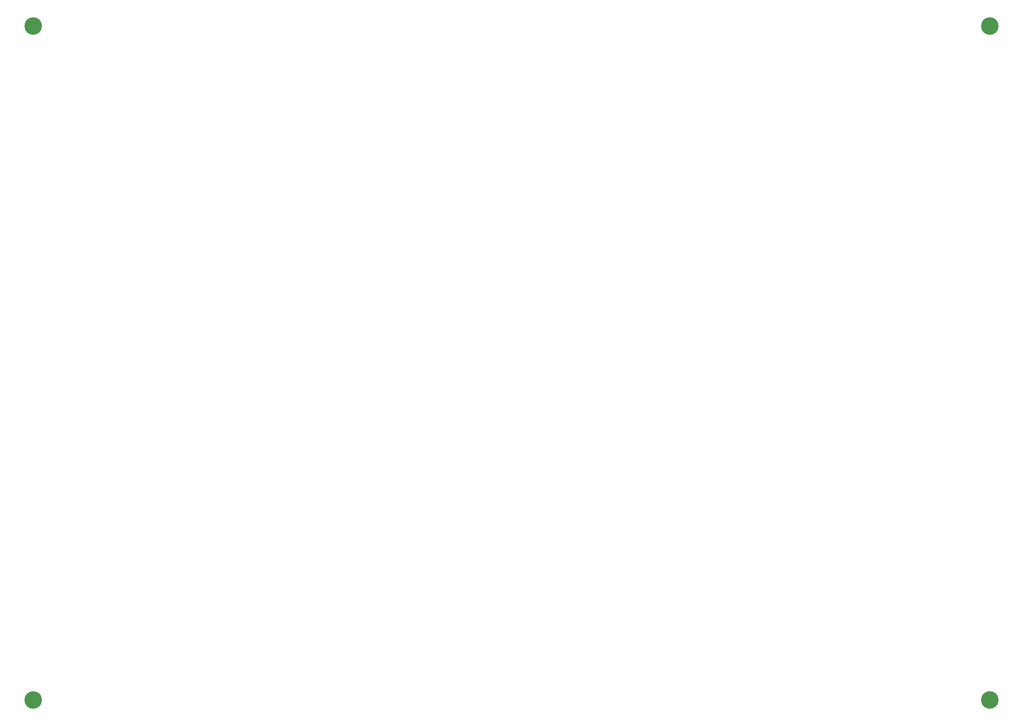
<source format=gbr>
%TF.GenerationSoftware,KiCad,Pcbnew,6.0.9-8da3e8f707~117~ubuntu22.04.1*%
%TF.CreationDate,2022-12-16T10:19:31-08:00*%
%TF.ProjectId,GaussSpeedway,47617573-7353-4706-9565-647761792e6b,rev?*%
%TF.SameCoordinates,Original*%
%TF.FileFunction,Soldermask,Top*%
%TF.FilePolarity,Negative*%
%FSLAX46Y46*%
G04 Gerber Fmt 4.6, Leading zero omitted, Abs format (unit mm)*
G04 Created by KiCad (PCBNEW 6.0.9-8da3e8f707~117~ubuntu22.04.1) date 2022-12-16 10:19:31*
%MOMM*%
%LPD*%
G01*
G04 APERTURE LIST*
%ADD10C,3.700000*%
G04 APERTURE END LIST*
D10*
%TO.C,H4*%
X97500000Y-204500000D03*
%TD*%
%TO.C,H2*%
X300000000Y-204500000D03*
%TD*%
%TO.C,H1*%
X97500000Y-62000000D03*
%TD*%
%TO.C,H3*%
X300000000Y-62000000D03*
%TD*%
M02*

</source>
